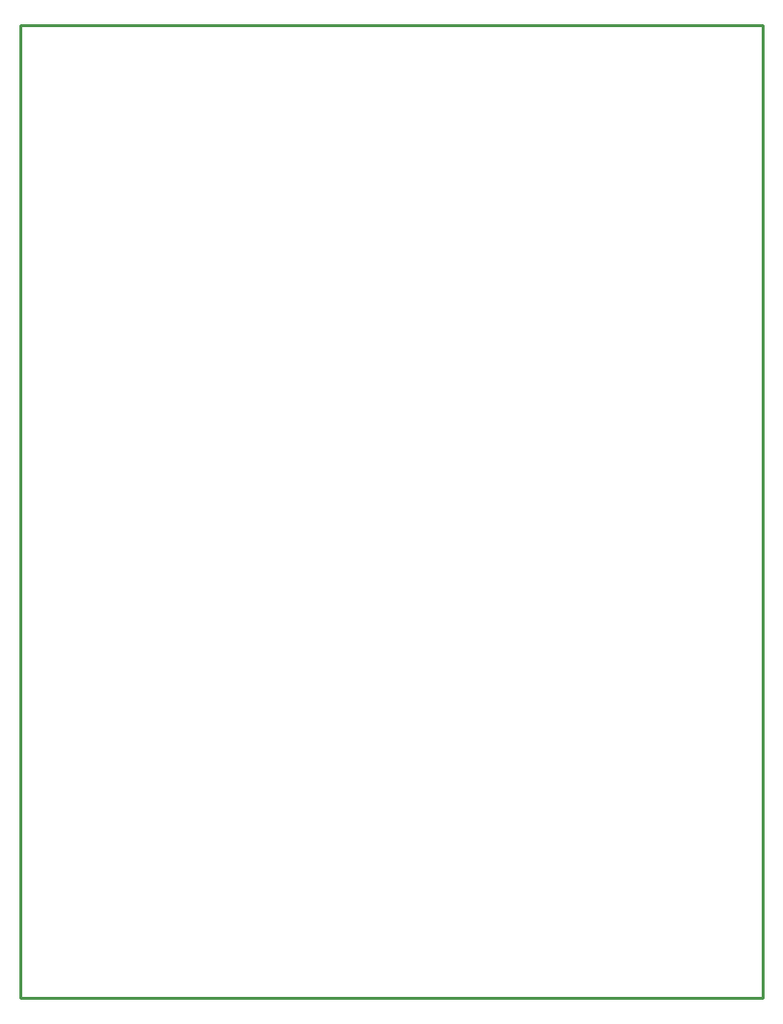
<source format=gko>
G04 Layer: BoardOutlineLayer*
G04 EasyEDA v6.5.23, 2023-04-28 13:39:02*
G04 7703e67730494ffebf129c6139567d94,10*
G04 Gerber Generator version 0.2*
G04 Scale: 100 percent, Rotated: No, Reflected: No *
G04 Dimensions in millimeters *
G04 leading zeros omitted , absolute positions ,4 integer and 5 decimal *
%FSLAX45Y45*%
%MOMM*%

%ADD10C,0.2540*%
D10*
X0Y0D02*
G01*
X6499986Y0D01*
X6499986Y-8499983D01*
X0Y-8499983D01*
X0Y0D01*

%LPD*%
M02*

</source>
